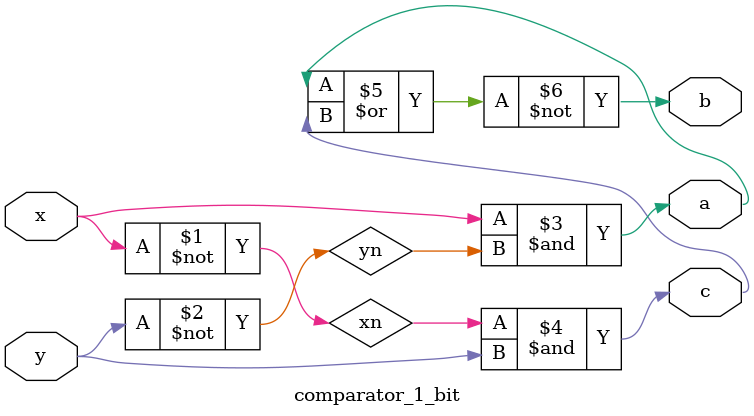
<source format=v>
module comparator_1_bit(
    input x,
    input y,
    output a,  //x>y
    output b,  //x=y
    output c   //x<y
    );
  wire xn;
  wire yn;
assign xn = ~ x;
assign yn = ~ y;
assign a = x & yn;
assign c = xn & y;
assign b = ~ ( a | c );
endmodule

</source>
